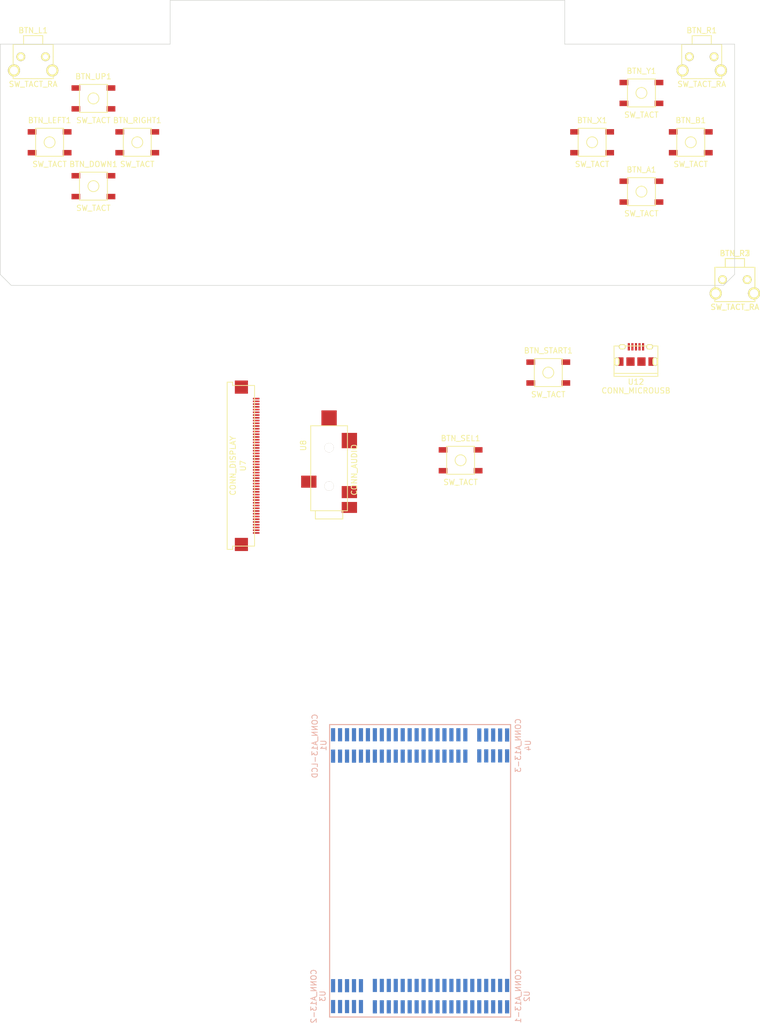
<source format=kicad_pcb>
(kicad_pcb (version 3) (host pcbnew "(2013-07-07 BZR 4022)-stable")

  (general
    (links 98)
    (no_connects 97)
    (area 15.949999 16.049999 150.050001 68.150001)
    (thickness 1.6)
    (drawings 16)
    (tracks 0)
    (zones 0)
    (modules 21)
    (nets 78)
  )

  (page A3)
  (layers
    (15 F.Cu signal)
    (0 B.Cu signal)
    (16 B.Adhes user)
    (17 F.Adhes user)
    (18 B.Paste user)
    (19 F.Paste user)
    (20 B.SilkS user)
    (21 F.SilkS user)
    (22 B.Mask user)
    (23 F.Mask user)
    (24 Dwgs.User user)
    (25 Cmts.User user)
    (26 Eco1.User user)
    (27 Eco2.User user)
    (28 Edge.Cuts user)
  )

  (setup
    (last_trace_width 0.254)
    (trace_clearance 0.254)
    (zone_clearance 0.508)
    (zone_45_only no)
    (trace_min 0.254)
    (segment_width 0.2)
    (edge_width 0.1)
    (via_size 0.889)
    (via_drill 0.635)
    (via_min_size 0.889)
    (via_min_drill 0.508)
    (uvia_size 0.508)
    (uvia_drill 0.127)
    (uvias_allowed no)
    (uvia_min_size 0.508)
    (uvia_min_drill 0.127)
    (pcb_text_width 0.3)
    (pcb_text_size 1.5 1.5)
    (mod_edge_width 0.15)
    (mod_text_size 1 1)
    (mod_text_width 0.15)
    (pad_size 0.76 2.4)
    (pad_drill 0)
    (pad_to_mask_clearance 0)
    (aux_axis_origin 0 0)
    (visible_elements 7FFFFFFF)
    (pcbplotparams
      (layerselection 3178497)
      (usegerberextensions true)
      (excludeedgelayer true)
      (linewidth 0.150000)
      (plotframeref false)
      (viasonmask false)
      (mode 1)
      (useauxorigin false)
      (hpglpennumber 1)
      (hpglpenspeed 20)
      (hpglpendiameter 15)
      (hpglpenoverlay 2)
      (psnegative false)
      (psa4output false)
      (plotreference true)
      (plotvalue true)
      (plotothertext true)
      (plotinvisibletext false)
      (padsonsilk false)
      (subtractmaskfromsilk false)
      (outputformat 1)
      (mirror false)
      (drillshape 1)
      (scaleselection 1)
      (outputdirectory ""))
  )

  (net 0 "")
  (net 1 +3.3V)
  (net 2 /Marmoset_Audio/HPCOM)
  (net 3 /Marmoset_Audio/MICIN1)
  (net 4 /Marmoset_Audio/VMIC)
  (net 5 /Marmoset_Display/+3V3)
  (net 6 /Marmoset_Display/CGND)
  (net 7 /Marmoset_Display/TFT_B0)
  (net 8 /Marmoset_Display/TFT_B1)
  (net 9 /Marmoset_Display/TFT_B2)
  (net 10 /Marmoset_Display/TFT_B3)
  (net 11 /Marmoset_Display/TFT_B4)
  (net 12 /Marmoset_Display/TFT_B5)
  (net 13 /Marmoset_Display/TFT_BKL)
  (net 14 /Marmoset_Display/TFT_CS)
  (net 15 /Marmoset_Display/TFT_G0)
  (net 16 /Marmoset_Display/TFT_G1)
  (net 17 /Marmoset_Display/TFT_G2)
  (net 18 /Marmoset_Display/TFT_G3)
  (net 19 /Marmoset_Display/TFT_G4)
  (net 20 /Marmoset_Display/TFT_G5)
  (net 21 /Marmoset_Display/TFT_PWRE)
  (net 22 /Marmoset_Display/TFT_R0)
  (net 23 /Marmoset_Display/TFT_R1)
  (net 24 /Marmoset_Display/TFT_R2)
  (net 25 /Marmoset_Display/TFT_R3)
  (net 26 /Marmoset_Display/TFT_R4)
  (net 27 /Marmoset_Display/TFT_R5)
  (net 28 /Marmoset_Display/TFT_RD)
  (net 29 /Marmoset_Display/TFT_RESET)
  (net 30 /Marmoset_Display/TFT_RS)
  (net 31 /Marmoset_Display/TFT_WR)
  (net 32 /Marmoset_Display/TOUCH_BOT)
  (net 33 /Marmoset_Display/TOUCH_L)
  (net 34 /Marmoset_Display/TOUCH_R)
  (net 35 /Marmoset_Display/TOUCH_TOP)
  (net 36 /Marmoset_PWR-USB/NMI_N)
  (net 37 /Marmoset_PWR-USB/PIN4/TWI0-SCK)
  (net 38 /Marmoset_PWR-USB/PIN5/TWI0-SDA)
  (net 39 /Marmoset_PWR-USB/RESET_N)
  (net 40 /Marmoset_PWR-USB/UDM0)
  (net 41 /Marmoset_PWR-USB/UDP0)
  (net 42 /Marmoset_PWR-USB/USB0-IDDET)
  (net 43 /Marmoset_PWR-USB/USB0-VBUSDET)
  (net 44 /Marmoset_Wifi-Input/+3V3)
  (net 45 /Marmoset_Wifi-Input/BTN_A)
  (net 46 /Marmoset_Wifi-Input/BTN_B)
  (net 47 /Marmoset_Wifi-Input/BTN_DOWN)
  (net 48 /Marmoset_Wifi-Input/BTN_L)
  (net 49 /Marmoset_Wifi-Input/BTN_LEFT)
  (net 50 /Marmoset_Wifi-Input/BTN_R)
  (net 51 /Marmoset_Wifi-Input/BTN_RIGHT)
  (net 52 /Marmoset_Wifi-Input/BTN_SELECT)
  (net 53 /Marmoset_Wifi-Input/BTN_START)
  (net 54 /Marmoset_Wifi-Input/BTN_UP)
  (net 55 /Marmoset_Wifi-Input/BTN_VOL+)
  (net 56 /Marmoset_Wifi-Input/BTN_VOL-)
  (net 57 /Marmoset_Wifi-Input/BTN_X)
  (net 58 /Marmoset_Wifi-Input/BTN_Y)
  (net 59 /Marmoset_Wifi-Input/PIN10/TWI1-SCK)
  (net 60 /Marmoset_Wifi-Input/PIN11/TWI1-SDA)
  (net 61 /Marmoset_Wifi-Input/UDM1)
  (net 62 /Marmoset_Wifi-Input/UDP1)
  (net 63 GND)
  (net 64 GNDPWR)
  (net 65 N-00000144)
  (net 66 N-00000150)
  (net 67 N-00000154)
  (net 68 N-00000155)
  (net 69 N-00000167)
  (net 70 N-00000168)
  (net 71 N-00000169)
  (net 72 N-00000170)
  (net 73 N-00000171)
  (net 74 N-00000172)
  (net 75 SPEAKER_L)
  (net 76 SPEAKER_R)
  (net 77 SPEAKER_SHUTDOWN)

  (net_class Default "This is the default net class."
    (clearance 0.254)
    (trace_width 0.254)
    (via_dia 0.889)
    (via_drill 0.635)
    (uvia_dia 0.508)
    (uvia_drill 0.127)
    (add_net "")
    (add_net +3.3V)
    (add_net /Marmoset_Audio/HPCOM)
    (add_net /Marmoset_Audio/MICIN1)
    (add_net /Marmoset_Audio/VMIC)
    (add_net /Marmoset_Display/+3V3)
    (add_net /Marmoset_Display/CGND)
    (add_net /Marmoset_Display/TFT_B0)
    (add_net /Marmoset_Display/TFT_B1)
    (add_net /Marmoset_Display/TFT_B2)
    (add_net /Marmoset_Display/TFT_B3)
    (add_net /Marmoset_Display/TFT_B4)
    (add_net /Marmoset_Display/TFT_B5)
    (add_net /Marmoset_Display/TFT_BKL)
    (add_net /Marmoset_Display/TFT_CS)
    (add_net /Marmoset_Display/TFT_G0)
    (add_net /Marmoset_Display/TFT_G1)
    (add_net /Marmoset_Display/TFT_G2)
    (add_net /Marmoset_Display/TFT_G3)
    (add_net /Marmoset_Display/TFT_G4)
    (add_net /Marmoset_Display/TFT_G5)
    (add_net /Marmoset_Display/TFT_PWRE)
    (add_net /Marmoset_Display/TFT_R0)
    (add_net /Marmoset_Display/TFT_R1)
    (add_net /Marmoset_Display/TFT_R2)
    (add_net /Marmoset_Display/TFT_R3)
    (add_net /Marmoset_Display/TFT_R4)
    (add_net /Marmoset_Display/TFT_R5)
    (add_net /Marmoset_Display/TFT_RD)
    (add_net /Marmoset_Display/TFT_RESET)
    (add_net /Marmoset_Display/TFT_RS)
    (add_net /Marmoset_Display/TFT_WR)
    (add_net /Marmoset_Display/TOUCH_BOT)
    (add_net /Marmoset_Display/TOUCH_L)
    (add_net /Marmoset_Display/TOUCH_R)
    (add_net /Marmoset_Display/TOUCH_TOP)
    (add_net /Marmoset_PWR-USB/NMI_N)
    (add_net /Marmoset_PWR-USB/PIN4/TWI0-SCK)
    (add_net /Marmoset_PWR-USB/PIN5/TWI0-SDA)
    (add_net /Marmoset_PWR-USB/RESET_N)
    (add_net /Marmoset_PWR-USB/UDM0)
    (add_net /Marmoset_PWR-USB/UDP0)
    (add_net /Marmoset_PWR-USB/USB0-IDDET)
    (add_net /Marmoset_PWR-USB/USB0-VBUSDET)
    (add_net /Marmoset_Wifi-Input/+3V3)
    (add_net /Marmoset_Wifi-Input/BTN_A)
    (add_net /Marmoset_Wifi-Input/BTN_B)
    (add_net /Marmoset_Wifi-Input/BTN_DOWN)
    (add_net /Marmoset_Wifi-Input/BTN_L)
    (add_net /Marmoset_Wifi-Input/BTN_LEFT)
    (add_net /Marmoset_Wifi-Input/BTN_R)
    (add_net /Marmoset_Wifi-Input/BTN_RIGHT)
    (add_net /Marmoset_Wifi-Input/BTN_SELECT)
    (add_net /Marmoset_Wifi-Input/BTN_START)
    (add_net /Marmoset_Wifi-Input/BTN_UP)
    (add_net /Marmoset_Wifi-Input/BTN_VOL+)
    (add_net /Marmoset_Wifi-Input/BTN_VOL-)
    (add_net /Marmoset_Wifi-Input/BTN_X)
    (add_net /Marmoset_Wifi-Input/BTN_Y)
    (add_net /Marmoset_Wifi-Input/PIN10/TWI1-SCK)
    (add_net /Marmoset_Wifi-Input/PIN11/TWI1-SDA)
    (add_net /Marmoset_Wifi-Input/UDM1)
    (add_net /Marmoset_Wifi-Input/UDP1)
    (add_net GND)
    (add_net GNDPWR)
    (add_net N-00000144)
    (add_net N-00000150)
    (add_net N-00000154)
    (add_net N-00000155)
    (add_net N-00000167)
    (add_net N-00000168)
    (add_net N-00000169)
    (add_net N-00000170)
    (add_net N-00000171)
    (add_net N-00000172)
    (add_net SPEAKER_L)
    (add_net SPEAKER_R)
    (add_net SPEAKER_SHUTDOWN)
  )

  (module CONN_AUDIO (layer F.Cu) (tedit 54E075EC) (tstamp 54E10B70)
    (at 76 100 90)
    (path /54B07D7C/54CC1D1B)
    (fp_text reference U8 (at 2.7 -4.7 90) (layer F.SilkS)
      (effects (font (size 1 1) (thickness 0.15)))
    )
    (fp_text value CONN_AUDIO (at -1.75 4.6 90) (layer F.SilkS)
      (effects (font (size 1 1) (thickness 0.15)))
    )
    (fp_line (start -9.2 -2.5) (end -10.7 -2.5) (layer F.SilkS) (width 0.15))
    (fp_line (start -10.7 -2.5) (end -10.7 2.5) (layer F.SilkS) (width 0.15))
    (fp_line (start -10.7 2.5) (end -9.2 2.5) (layer F.SilkS) (width 0.15))
    (fp_line (start 6.3 3.35) (end -9.2 3.35) (layer F.SilkS) (width 0.15))
    (fp_line (start -9.2 3.35) (end -9.2 -3.35) (layer F.SilkS) (width 0.15))
    (fp_line (start -9.2 -3.35) (end 6.3 -3.35) (layer F.SilkS) (width 0.15))
    (fp_line (start 6.3 -3.35) (end 6.3 3.35) (layer F.SilkS) (width 0.15))
    (pad "" thru_hole circle (at 2.3 0 90) (size 1.7 1.7) (drill 1.7)
      (layers *.Cu *.Mask F.SilkS)
    )
    (pad 5 smd rect (at 7.7 0 90) (size 2.8 2.8)
      (layers F.Cu F.Paste F.Mask)
      (net 77 SPEAKER_SHUTDOWN)
    )
    (pad 3 smd rect (at -3.9 -3.7 90) (size 2.2 2.8)
      (layers F.Cu F.Paste F.Mask)
      (net 68 N-00000155)
    )
    (pad 1 smd rect (at -8.6 3.7 90) (size 2 2.8)
      (layers F.Cu F.Paste F.Mask)
      (net 66 N-00000150)
    )
    (pad 4 smd rect (at -5.8 3.7 90) (size 2.2 2.8)
      (layers F.Cu F.Paste F.Mask)
      (net 65 N-00000144)
    )
    (pad 2 smd rect (at 3.6 3.7 90) (size 2.8 2.8)
      (layers F.Cu F.Paste F.Mask)
      (net 67 N-00000154)
    )
    (pad "" thru_hole circle (at -4.7 0 90) (size 1.7 1.7) (drill 1.7)
      (layers *.Cu *.Mask F.SilkS)
    )
  )

  (module SW_TACT_RA (layer F.Cu) (tedit 54DBF024) (tstamp 54E11456)
    (at 144 27.5)
    (path /54B2C0BC/54D18B87)
    (fp_text reference BTN_R1 (at 0 -5.9) (layer F.SilkS)
      (effects (font (size 1 1) (thickness 0.15)))
    )
    (fp_text value SW_TACT_RA (at 0 3.9) (layer F.SilkS)
      (effects (font (size 1 1) (thickness 0.15)))
    )
    (fp_line (start 3.65 1.3) (end 3.65 2.9) (layer F.SilkS) (width 0.15))
    (fp_line (start 3.65 2.9) (end -3.65 2.9) (layer F.SilkS) (width 0.15))
    (fp_line (start -3.65 2.9) (end -3.65 1.3) (layer F.SilkS) (width 0.15))
    (fp_line (start 1.75 -3.35) (end -1.75 -3.35) (layer F.SilkS) (width 0.15))
    (fp_line (start 3.65 -3.35) (end 3.65 -1.1) (layer F.SilkS) (width 0.15))
    (fp_line (start -1.75 -4.95) (end 1.75 -4.95) (layer F.SilkS) (width 0.15))
    (fp_line (start 1.75 -4.95) (end 1.75 -3.35) (layer F.SilkS) (width 0.15))
    (fp_line (start 1.75 -3.35) (end 3.65 -3.35) (layer F.SilkS) (width 0.15))
    (fp_line (start -3.65 -3.35) (end -3.65 -1.1) (layer F.SilkS) (width 0.15))
    (fp_line (start -1.75 -4.95) (end -1.75 -3.35) (layer F.SilkS) (width 0.15))
    (fp_line (start -1.75 -3.35) (end -3.65 -3.35) (layer F.SilkS) (width 0.15))
    (fp_line (start 3.65 -1.1) (end 3.65 1.3) (layer F.SilkS) (width 0.15))
    (fp_line (start -3.65 1.3) (end -3.65 -1.1) (layer F.SilkS) (width 0.15))
    (pad 2 thru_hole circle (at -2.25 -1.1 180) (size 1.6 1.6) (drill 1)
      (layers *.Cu *.Mask F.SilkS)
      (net 44 /Marmoset_Wifi-Input/+3V3)
    )
    (pad 3 thru_hole circle (at -3.5 1.4 180) (size 2.2 2.2) (drill 1.5)
      (layers *.Cu *.Mask F.SilkS)
    )
    (pad 1 thru_hole circle (at 2.25 -1.1 180) (size 1.6 1.6) (drill 1)
      (layers *.Cu *.Mask F.SilkS)
      (net 50 /Marmoset_Wifi-Input/BTN_R)
    )
    (pad 3 thru_hole circle (at 3.5 1.4 180) (size 2.2 2.2) (drill 1.5)
      (layers *.Cu *.Mask F.SilkS)
    )
  )

  (module SW_TACT_RA (layer F.Cu) (tedit 54DBF024) (tstamp 54E11912)
    (at 22 27.5)
    (path /54B2C0BC/54D18B4B)
    (fp_text reference BTN_L1 (at 0 -5.9) (layer F.SilkS)
      (effects (font (size 1 1) (thickness 0.15)))
    )
    (fp_text value SW_TACT_RA (at 0 3.9) (layer F.SilkS)
      (effects (font (size 1 1) (thickness 0.15)))
    )
    (fp_line (start 3.65 1.3) (end 3.65 2.9) (layer F.SilkS) (width 0.15))
    (fp_line (start 3.65 2.9) (end -3.65 2.9) (layer F.SilkS) (width 0.15))
    (fp_line (start -3.65 2.9) (end -3.65 1.3) (layer F.SilkS) (width 0.15))
    (fp_line (start 1.75 -3.35) (end -1.75 -3.35) (layer F.SilkS) (width 0.15))
    (fp_line (start 3.65 -3.35) (end 3.65 -1.1) (layer F.SilkS) (width 0.15))
    (fp_line (start -1.75 -4.95) (end 1.75 -4.95) (layer F.SilkS) (width 0.15))
    (fp_line (start 1.75 -4.95) (end 1.75 -3.35) (layer F.SilkS) (width 0.15))
    (fp_line (start 1.75 -3.35) (end 3.65 -3.35) (layer F.SilkS) (width 0.15))
    (fp_line (start -3.65 -3.35) (end -3.65 -1.1) (layer F.SilkS) (width 0.15))
    (fp_line (start -1.75 -4.95) (end -1.75 -3.35) (layer F.SilkS) (width 0.15))
    (fp_line (start -1.75 -3.35) (end -3.65 -3.35) (layer F.SilkS) (width 0.15))
    (fp_line (start 3.65 -1.1) (end 3.65 1.3) (layer F.SilkS) (width 0.15))
    (fp_line (start -3.65 1.3) (end -3.65 -1.1) (layer F.SilkS) (width 0.15))
    (pad 2 thru_hole circle (at -2.25 -1.1 180) (size 1.6 1.6) (drill 1)
      (layers *.Cu *.Mask F.SilkS)
      (net 44 /Marmoset_Wifi-Input/+3V3)
    )
    (pad 3 thru_hole circle (at -3.5 1.4 180) (size 2.2 2.2) (drill 1.5)
      (layers *.Cu *.Mask F.SilkS)
    )
    (pad 1 thru_hole circle (at 2.25 -1.1 180) (size 1.6 1.6) (drill 1)
      (layers *.Cu *.Mask F.SilkS)
      (net 48 /Marmoset_Wifi-Input/BTN_L)
    )
    (pad 3 thru_hole circle (at 3.5 1.4 180) (size 2.2 2.2) (drill 1.5)
      (layers *.Cu *.Mask F.SilkS)
    )
  )

  (module SW_TACT (layer F.Cu) (tedit 54E10A48) (tstamp 54E11478)
    (at 100 100)
    (path /54B2C0BC/54D18B43)
    (fp_text reference BTN_SEL1 (at 0 -4) (layer F.SilkS)
      (effects (font (size 1 1) (thickness 0.15)))
    )
    (fp_text value SW_TACT (at 0 4) (layer F.SilkS)
      (effects (font (size 1 1) (thickness 0.15)))
    )
    (fp_circle (center 0 0) (end 1 -0.05) (layer F.SilkS) (width 0.15))
    (fp_line (start -2.55 -2.55) (end 2.55 -2.55) (layer F.SilkS) (width 0.15))
    (fp_line (start 2.55 -2.55) (end 2.55 2.55) (layer F.SilkS) (width 0.15))
    (fp_line (start 2.55 2.55) (end -2.55 2.55) (layer F.SilkS) (width 0.15))
    (fp_line (start -2.55 2.55) (end -2.55 -2.55) (layer F.SilkS) (width 0.15))
    (pad 1 smd rect (at 3.2 -1.9) (size 1.6 1)
      (layers F.Cu F.Paste F.Mask)
      (net 52 /Marmoset_Wifi-Input/BTN_SELECT)
    )
    (pad 1 smd rect (at -3.2 -1.9) (size 1.6 1)
      (layers F.Cu F.Paste F.Mask)
      (net 52 /Marmoset_Wifi-Input/BTN_SELECT)
    )
    (pad 2 smd rect (at -3.2 1.9) (size 1.6 1)
      (layers F.Cu F.Paste F.Mask)
      (net 44 /Marmoset_Wifi-Input/+3V3)
    )
    (pad 2 smd rect (at 3.2 1.9) (size 1.6 1)
      (layers F.Cu F.Paste F.Mask)
      (net 44 /Marmoset_Wifi-Input/+3V3)
    )
  )

  (module SW_TACT (layer F.Cu) (tedit 54E10A48) (tstamp 54E11485)
    (at 116 84)
    (path /54B2C0BC/54D18B39)
    (fp_text reference BTN_START1 (at 0 -4) (layer F.SilkS)
      (effects (font (size 1 1) (thickness 0.15)))
    )
    (fp_text value SW_TACT (at 0 4) (layer F.SilkS)
      (effects (font (size 1 1) (thickness 0.15)))
    )
    (fp_circle (center 0 0) (end 1 -0.05) (layer F.SilkS) (width 0.15))
    (fp_line (start -2.55 -2.55) (end 2.55 -2.55) (layer F.SilkS) (width 0.15))
    (fp_line (start 2.55 -2.55) (end 2.55 2.55) (layer F.SilkS) (width 0.15))
    (fp_line (start 2.55 2.55) (end -2.55 2.55) (layer F.SilkS) (width 0.15))
    (fp_line (start -2.55 2.55) (end -2.55 -2.55) (layer F.SilkS) (width 0.15))
    (pad 1 smd rect (at 3.2 -1.9) (size 1.6 1)
      (layers F.Cu F.Paste F.Mask)
      (net 53 /Marmoset_Wifi-Input/BTN_START)
    )
    (pad 1 smd rect (at -3.2 -1.9) (size 1.6 1)
      (layers F.Cu F.Paste F.Mask)
      (net 53 /Marmoset_Wifi-Input/BTN_START)
    )
    (pad 2 smd rect (at -3.2 1.9) (size 1.6 1)
      (layers F.Cu F.Paste F.Mask)
      (net 44 /Marmoset_Wifi-Input/+3V3)
    )
    (pad 2 smd rect (at 3.2 1.9) (size 1.6 1)
      (layers F.Cu F.Paste F.Mask)
      (net 44 /Marmoset_Wifi-Input/+3V3)
    )
  )

  (module SW_TACT (layer F.Cu) (tedit 54E10A48) (tstamp 54E11492)
    (at 133 33)
    (path /54B2C0BC/54D18B2F)
    (fp_text reference BTN_Y1 (at 0 -4) (layer F.SilkS)
      (effects (font (size 1 1) (thickness 0.15)))
    )
    (fp_text value SW_TACT (at 0 4) (layer F.SilkS)
      (effects (font (size 1 1) (thickness 0.15)))
    )
    (fp_circle (center 0 0) (end 1 -0.05) (layer F.SilkS) (width 0.15))
    (fp_line (start -2.55 -2.55) (end 2.55 -2.55) (layer F.SilkS) (width 0.15))
    (fp_line (start 2.55 -2.55) (end 2.55 2.55) (layer F.SilkS) (width 0.15))
    (fp_line (start 2.55 2.55) (end -2.55 2.55) (layer F.SilkS) (width 0.15))
    (fp_line (start -2.55 2.55) (end -2.55 -2.55) (layer F.SilkS) (width 0.15))
    (pad 1 smd rect (at 3.2 -1.9) (size 1.6 1)
      (layers F.Cu F.Paste F.Mask)
      (net 58 /Marmoset_Wifi-Input/BTN_Y)
    )
    (pad 1 smd rect (at -3.2 -1.9) (size 1.6 1)
      (layers F.Cu F.Paste F.Mask)
      (net 58 /Marmoset_Wifi-Input/BTN_Y)
    )
    (pad 2 smd rect (at -3.2 1.9) (size 1.6 1)
      (layers F.Cu F.Paste F.Mask)
      (net 44 /Marmoset_Wifi-Input/+3V3)
    )
    (pad 2 smd rect (at 3.2 1.9) (size 1.6 1)
      (layers F.Cu F.Paste F.Mask)
      (net 44 /Marmoset_Wifi-Input/+3V3)
    )
  )

  (module SW_TACT (layer F.Cu) (tedit 54E10A48) (tstamp 54E1149F)
    (at 33 34)
    (path /54B2C0BC/54D18AAE)
    (fp_text reference BTN_UP1 (at 0 -4) (layer F.SilkS)
      (effects (font (size 1 1) (thickness 0.15)))
    )
    (fp_text value SW_TACT (at 0 4) (layer F.SilkS)
      (effects (font (size 1 1) (thickness 0.15)))
    )
    (fp_circle (center 0 0) (end 1 -0.05) (layer F.SilkS) (width 0.15))
    (fp_line (start -2.55 -2.55) (end 2.55 -2.55) (layer F.SilkS) (width 0.15))
    (fp_line (start 2.55 -2.55) (end 2.55 2.55) (layer F.SilkS) (width 0.15))
    (fp_line (start 2.55 2.55) (end -2.55 2.55) (layer F.SilkS) (width 0.15))
    (fp_line (start -2.55 2.55) (end -2.55 -2.55) (layer F.SilkS) (width 0.15))
    (pad 1 smd rect (at 3.2 -1.9) (size 1.6 1)
      (layers F.Cu F.Paste F.Mask)
      (net 54 /Marmoset_Wifi-Input/BTN_UP)
    )
    (pad 1 smd rect (at -3.2 -1.9) (size 1.6 1)
      (layers F.Cu F.Paste F.Mask)
      (net 54 /Marmoset_Wifi-Input/BTN_UP)
    )
    (pad 2 smd rect (at -3.2 1.9) (size 1.6 1)
      (layers F.Cu F.Paste F.Mask)
      (net 44 /Marmoset_Wifi-Input/+3V3)
    )
    (pad 2 smd rect (at 3.2 1.9) (size 1.6 1)
      (layers F.Cu F.Paste F.Mask)
      (net 44 /Marmoset_Wifi-Input/+3V3)
    )
  )

  (module SW_TACT (layer F.Cu) (tedit 54E10A48) (tstamp 54E114AC)
    (at 33 50)
    (path /54B2C0BC/54D18AE1)
    (fp_text reference BTN_DOWN1 (at 0 -4) (layer F.SilkS)
      (effects (font (size 1 1) (thickness 0.15)))
    )
    (fp_text value SW_TACT (at 0 4) (layer F.SilkS)
      (effects (font (size 1 1) (thickness 0.15)))
    )
    (fp_circle (center 0 0) (end 1 -0.05) (layer F.SilkS) (width 0.15))
    (fp_line (start -2.55 -2.55) (end 2.55 -2.55) (layer F.SilkS) (width 0.15))
    (fp_line (start 2.55 -2.55) (end 2.55 2.55) (layer F.SilkS) (width 0.15))
    (fp_line (start 2.55 2.55) (end -2.55 2.55) (layer F.SilkS) (width 0.15))
    (fp_line (start -2.55 2.55) (end -2.55 -2.55) (layer F.SilkS) (width 0.15))
    (pad 1 smd rect (at 3.2 -1.9) (size 1.6 1)
      (layers F.Cu F.Paste F.Mask)
      (net 47 /Marmoset_Wifi-Input/BTN_DOWN)
    )
    (pad 1 smd rect (at -3.2 -1.9) (size 1.6 1)
      (layers F.Cu F.Paste F.Mask)
      (net 47 /Marmoset_Wifi-Input/BTN_DOWN)
    )
    (pad 2 smd rect (at -3.2 1.9) (size 1.6 1)
      (layers F.Cu F.Paste F.Mask)
      (net 44 /Marmoset_Wifi-Input/+3V3)
    )
    (pad 2 smd rect (at 3.2 1.9) (size 1.6 1)
      (layers F.Cu F.Paste F.Mask)
      (net 44 /Marmoset_Wifi-Input/+3V3)
    )
  )

  (module SW_TACT (layer F.Cu) (tedit 54E10A48) (tstamp 54E114B9)
    (at 25 42)
    (path /54B2C0BC/54D18AFD)
    (fp_text reference BTN_LEFT1 (at 0 -4) (layer F.SilkS)
      (effects (font (size 1 1) (thickness 0.15)))
    )
    (fp_text value SW_TACT (at 0 4) (layer F.SilkS)
      (effects (font (size 1 1) (thickness 0.15)))
    )
    (fp_circle (center 0 0) (end 1 -0.05) (layer F.SilkS) (width 0.15))
    (fp_line (start -2.55 -2.55) (end 2.55 -2.55) (layer F.SilkS) (width 0.15))
    (fp_line (start 2.55 -2.55) (end 2.55 2.55) (layer F.SilkS) (width 0.15))
    (fp_line (start 2.55 2.55) (end -2.55 2.55) (layer F.SilkS) (width 0.15))
    (fp_line (start -2.55 2.55) (end -2.55 -2.55) (layer F.SilkS) (width 0.15))
    (pad 1 smd rect (at 3.2 -1.9) (size 1.6 1)
      (layers F.Cu F.Paste F.Mask)
      (net 49 /Marmoset_Wifi-Input/BTN_LEFT)
    )
    (pad 1 smd rect (at -3.2 -1.9) (size 1.6 1)
      (layers F.Cu F.Paste F.Mask)
      (net 49 /Marmoset_Wifi-Input/BTN_LEFT)
    )
    (pad 2 smd rect (at -3.2 1.9) (size 1.6 1)
      (layers F.Cu F.Paste F.Mask)
      (net 44 /Marmoset_Wifi-Input/+3V3)
    )
    (pad 2 smd rect (at 3.2 1.9) (size 1.6 1)
      (layers F.Cu F.Paste F.Mask)
      (net 44 /Marmoset_Wifi-Input/+3V3)
    )
  )

  (module SW_TACT (layer F.Cu) (tedit 54E10A48) (tstamp 54E114C6)
    (at 41 42)
    (path /54B2C0BC/54D18B07)
    (fp_text reference BTN_RIGHT1 (at 0 -4) (layer F.SilkS)
      (effects (font (size 1 1) (thickness 0.15)))
    )
    (fp_text value SW_TACT (at 0 4) (layer F.SilkS)
      (effects (font (size 1 1) (thickness 0.15)))
    )
    (fp_circle (center 0 0) (end 1 -0.05) (layer F.SilkS) (width 0.15))
    (fp_line (start -2.55 -2.55) (end 2.55 -2.55) (layer F.SilkS) (width 0.15))
    (fp_line (start 2.55 -2.55) (end 2.55 2.55) (layer F.SilkS) (width 0.15))
    (fp_line (start 2.55 2.55) (end -2.55 2.55) (layer F.SilkS) (width 0.15))
    (fp_line (start -2.55 2.55) (end -2.55 -2.55) (layer F.SilkS) (width 0.15))
    (pad 1 smd rect (at 3.2 -1.9) (size 1.6 1)
      (layers F.Cu F.Paste F.Mask)
      (net 51 /Marmoset_Wifi-Input/BTN_RIGHT)
    )
    (pad 1 smd rect (at -3.2 -1.9) (size 1.6 1)
      (layers F.Cu F.Paste F.Mask)
      (net 51 /Marmoset_Wifi-Input/BTN_RIGHT)
    )
    (pad 2 smd rect (at -3.2 1.9) (size 1.6 1)
      (layers F.Cu F.Paste F.Mask)
      (net 44 /Marmoset_Wifi-Input/+3V3)
    )
    (pad 2 smd rect (at 3.2 1.9) (size 1.6 1)
      (layers F.Cu F.Paste F.Mask)
      (net 44 /Marmoset_Wifi-Input/+3V3)
    )
  )

  (module SW_TACT (layer F.Cu) (tedit 54E10A48) (tstamp 54E114D3)
    (at 133 51)
    (path /54B2C0BC/54D18B11)
    (fp_text reference BTN_A1 (at 0 -4) (layer F.SilkS)
      (effects (font (size 1 1) (thickness 0.15)))
    )
    (fp_text value SW_TACT (at 0 4) (layer F.SilkS)
      (effects (font (size 1 1) (thickness 0.15)))
    )
    (fp_circle (center 0 0) (end 1 -0.05) (layer F.SilkS) (width 0.15))
    (fp_line (start -2.55 -2.55) (end 2.55 -2.55) (layer F.SilkS) (width 0.15))
    (fp_line (start 2.55 -2.55) (end 2.55 2.55) (layer F.SilkS) (width 0.15))
    (fp_line (start 2.55 2.55) (end -2.55 2.55) (layer F.SilkS) (width 0.15))
    (fp_line (start -2.55 2.55) (end -2.55 -2.55) (layer F.SilkS) (width 0.15))
    (pad 1 smd rect (at 3.2 -1.9) (size 1.6 1)
      (layers F.Cu F.Paste F.Mask)
      (net 45 /Marmoset_Wifi-Input/BTN_A)
    )
    (pad 1 smd rect (at -3.2 -1.9) (size 1.6 1)
      (layers F.Cu F.Paste F.Mask)
      (net 45 /Marmoset_Wifi-Input/BTN_A)
    )
    (pad 2 smd rect (at -3.2 1.9) (size 1.6 1)
      (layers F.Cu F.Paste F.Mask)
      (net 44 /Marmoset_Wifi-Input/+3V3)
    )
    (pad 2 smd rect (at 3.2 1.9) (size 1.6 1)
      (layers F.Cu F.Paste F.Mask)
      (net 44 /Marmoset_Wifi-Input/+3V3)
    )
  )

  (module SW_TACT (layer F.Cu) (tedit 54E10A48) (tstamp 54E114E0)
    (at 142 42)
    (path /54B2C0BC/54D18B1B)
    (fp_text reference BTN_B1 (at 0 -4) (layer F.SilkS)
      (effects (font (size 1 1) (thickness 0.15)))
    )
    (fp_text value SW_TACT (at 0 4) (layer F.SilkS)
      (effects (font (size 1 1) (thickness 0.15)))
    )
    (fp_circle (center 0 0) (end 1 -0.05) (layer F.SilkS) (width 0.15))
    (fp_line (start -2.55 -2.55) (end 2.55 -2.55) (layer F.SilkS) (width 0.15))
    (fp_line (start 2.55 -2.55) (end 2.55 2.55) (layer F.SilkS) (width 0.15))
    (fp_line (start 2.55 2.55) (end -2.55 2.55) (layer F.SilkS) (width 0.15))
    (fp_line (start -2.55 2.55) (end -2.55 -2.55) (layer F.SilkS) (width 0.15))
    (pad 1 smd rect (at 3.2 -1.9) (size 1.6 1)
      (layers F.Cu F.Paste F.Mask)
      (net 46 /Marmoset_Wifi-Input/BTN_B)
    )
    (pad 1 smd rect (at -3.2 -1.9) (size 1.6 1)
      (layers F.Cu F.Paste F.Mask)
      (net 46 /Marmoset_Wifi-Input/BTN_B)
    )
    (pad 2 smd rect (at -3.2 1.9) (size 1.6 1)
      (layers F.Cu F.Paste F.Mask)
      (net 44 /Marmoset_Wifi-Input/+3V3)
    )
    (pad 2 smd rect (at 3.2 1.9) (size 1.6 1)
      (layers F.Cu F.Paste F.Mask)
      (net 44 /Marmoset_Wifi-Input/+3V3)
    )
  )

  (module SW_TACT (layer F.Cu) (tedit 54E10A48) (tstamp 54E114ED)
    (at 124 42)
    (path /54B2C0BC/54D18B25)
    (fp_text reference BTN_X1 (at 0 -4) (layer F.SilkS)
      (effects (font (size 1 1) (thickness 0.15)))
    )
    (fp_text value SW_TACT (at 0 4) (layer F.SilkS)
      (effects (font (size 1 1) (thickness 0.15)))
    )
    (fp_circle (center 0 0) (end 1 -0.05) (layer F.SilkS) (width 0.15))
    (fp_line (start -2.55 -2.55) (end 2.55 -2.55) (layer F.SilkS) (width 0.15))
    (fp_line (start 2.55 -2.55) (end 2.55 2.55) (layer F.SilkS) (width 0.15))
    (fp_line (start 2.55 2.55) (end -2.55 2.55) (layer F.SilkS) (width 0.15))
    (fp_line (start -2.55 2.55) (end -2.55 -2.55) (layer F.SilkS) (width 0.15))
    (pad 1 smd rect (at 3.2 -1.9) (size 1.6 1)
      (layers F.Cu F.Paste F.Mask)
      (net 57 /Marmoset_Wifi-Input/BTN_X)
    )
    (pad 1 smd rect (at -3.2 -1.9) (size 1.6 1)
      (layers F.Cu F.Paste F.Mask)
      (net 57 /Marmoset_Wifi-Input/BTN_X)
    )
    (pad 2 smd rect (at -3.2 1.9) (size 1.6 1)
      (layers F.Cu F.Paste F.Mask)
      (net 44 /Marmoset_Wifi-Input/+3V3)
    )
    (pad 2 smd rect (at 3.2 1.9) (size 1.6 1)
      (layers F.Cu F.Paste F.Mask)
      (net 44 /Marmoset_Wifi-Input/+3V3)
    )
  )

  (module CONN_DISPLAY (layer F.Cu) (tedit 54E10AC6) (tstamp 54E11549)
    (at 60 101 270)
    (path /54B7016F/54CFFF3B)
    (fp_text reference U7 (at 0 -0.3 270) (layer F.SilkS)
      (effects (font (size 1 1) (thickness 0.15)))
    )
    (fp_text value CONN_DISPLAY (at 0 1.55 270) (layer F.SilkS)
      (effects (font (size 1 1) (thickness 0.15)))
    )
    (fp_line (start -14.65 1.6) (end -15.25 1.6) (layer F.SilkS) (width 0.15))
    (fp_line (start -15.25 1.6) (end -15.25 2.6) (layer F.SilkS) (width 0.15))
    (fp_line (start -15.25 2.6) (end 15.25 2.6) (layer F.SilkS) (width 0.15))
    (fp_line (start 15.25 2.6) (end 15.25 1.6) (layer F.SilkS) (width 0.15))
    (fp_line (start 15.25 1.6) (end 14.65 1.6) (layer F.SilkS) (width 0.15))
    (fp_line (start 14.65 1.6) (end 14.65 0) (layer F.SilkS) (width 0.15))
    (fp_line (start -14.65 0) (end -14.65 1.6) (layer F.SilkS) (width 0.15))
    (fp_line (start 14.65 -2.4) (end -14.65 -2.4) (layer F.SilkS) (width 0.15))
    (fp_line (start -14.65 -2.4) (end -14.65 0) (layer F.SilkS) (width 0.15))
    (fp_line (start 14.65 -2.4) (end 14.65 0) (layer F.SilkS) (width 0.15))
    (pad 50 smd rect (at -12.25 -2.7 270) (size 0.3 1.2)
      (layers F.Cu F.Paste F.Mask)
      (net 63 GND)
    )
    (pad 49 smd rect (at -11.75 -2.7 270) (size 0.3 1.2)
      (layers F.Cu F.Paste F.Mask)
      (net 63 GND)
    )
    (pad 45 smd rect (at -9.75 -2.7 270) (size 0.3 1.2)
      (layers F.Cu F.Paste F.Mask)
      (net 35 /Marmoset_Display/TOUCH_TOP)
    )
    (pad 46 smd rect (at -10.25 -2.7 270) (size 0.3 1.2)
      (layers F.Cu F.Paste F.Mask)
      (net 34 /Marmoset_Display/TOUCH_R)
    )
    (pad 48 smd rect (at -11.25 -2.7 270) (size 0.3 1.2)
      (layers F.Cu F.Paste F.Mask)
      (net 63 GND)
    )
    (pad 47 smd rect (at -10.75 -2.7 270) (size 0.3 1.2)
      (layers F.Cu F.Paste F.Mask)
      (net 32 /Marmoset_Display/TOUCH_BOT)
    )
    (pad 39 smd rect (at -6.75 -2.7 270) (size 0.3 1.2)
      (layers F.Cu F.Paste F.Mask)
    )
    (pad 40 smd rect (at -7.25 -2.7 270) (size 0.3 1.2)
      (layers F.Cu F.Paste F.Mask)
      (net 74 N-00000172)
    )
    (pad 38 smd rect (at -6.25 -2.7 270) (size 0.3 1.2)
      (layers F.Cu F.Paste F.Mask)
      (net 14 /Marmoset_Display/TFT_CS)
    )
    (pad 37 smd rect (at -5.75 -2.7 270) (size 0.3 1.2)
      (layers F.Cu F.Paste F.Mask)
      (net 30 /Marmoset_Display/TFT_RS)
    )
    (pad 41 smd rect (at -7.75 -2.7 270) (size 0.3 1.2)
      (layers F.Cu F.Paste F.Mask)
      (net 74 N-00000172)
    )
    (pad 42 smd rect (at -8.25 -2.7 270) (size 0.3 1.2)
      (layers F.Cu F.Paste F.Mask)
      (net 74 N-00000172)
    )
    (pad 44 smd rect (at -9.25 -2.7 270) (size 0.3 1.2)
      (layers F.Cu F.Paste F.Mask)
      (net 33 /Marmoset_Display/TOUCH_L)
    )
    (pad 43 smd rect (at -8.75 -2.7 270) (size 0.3 1.2)
      (layers F.Cu F.Paste F.Mask)
      (net 63 GND)
    )
    (pad 33 smd rect (at -3.75 -2.7 270) (size 0.3 1.2)
      (layers F.Cu F.Paste F.Mask)
    )
    (pad 34 smd rect (at -4.25 -2.7 270) (size 0.3 1.2)
      (layers F.Cu F.Paste F.Mask)
    )
    (pad 32 smd rect (at -3.25 -2.7 270) (size 0.3 1.2)
      (layers F.Cu F.Paste F.Mask)
      (net 22 /Marmoset_Display/TFT_R0)
    )
    (pad 31 smd rect (at -2.75 -2.7 270) (size 0.3 1.2)
      (layers F.Cu F.Paste F.Mask)
      (net 23 /Marmoset_Display/TFT_R1)
    )
    (pad 27 smd rect (at -0.75 -2.7 270) (size 0.3 1.2)
      (layers F.Cu F.Paste F.Mask)
      (net 27 /Marmoset_Display/TFT_R5)
    )
    (pad 28 smd rect (at -1.25 -2.7 270) (size 0.3 1.2)
      (layers F.Cu F.Paste F.Mask)
      (net 26 /Marmoset_Display/TFT_R4)
    )
    (pad 30 smd rect (at -2.25 -2.7 270) (size 0.3 1.2)
      (layers F.Cu F.Paste F.Mask)
      (net 24 /Marmoset_Display/TFT_R2)
    )
    (pad 29 smd rect (at -1.75 -2.7 270) (size 0.3 1.2)
      (layers F.Cu F.Paste F.Mask)
      (net 25 /Marmoset_Display/TFT_R3)
    )
    (pad 36 smd rect (at -5.25 -2.7 270) (size 0.3 1.2)
      (layers F.Cu F.Paste F.Mask)
      (net 31 /Marmoset_Display/TFT_WR)
    )
    (pad 35 smd rect (at -4.75 -2.7 270) (size 0.3 1.2)
      (layers F.Cu F.Paste F.Mask)
      (net 28 /Marmoset_Display/TFT_RD)
    )
    (pad 9 smd rect (at 8.25 -2.7 270) (size 0.3 1.2)
      (layers F.Cu F.Paste F.Mask)
      (net 63 GND)
    )
    (pad 10 smd rect (at 7.75 -2.7 270) (size 0.3 1.2)
      (layers F.Cu F.Paste F.Mask)
      (net 29 /Marmoset_Display/TFT_RESET)
    )
    (pad 3 smd rect (at 11.25 -2.7 270) (size 0.3 1.2)
      (layers F.Cu F.Paste F.Mask)
      (net 71 N-00000169)
    )
    (pad 4 smd rect (at 10.75 -2.7 270) (size 0.3 1.2)
      (layers F.Cu F.Paste F.Mask)
      (net 70 N-00000168)
    )
    (pad 2 smd rect (at 11.75 -2.7 270) (size 0.3 1.2)
      (layers F.Cu F.Paste F.Mask)
      (net 72 N-00000170)
    )
    (pad 1 smd rect (at 12.25 -2.7 270) (size 0.3 1.2)
      (layers F.Cu F.Paste F.Mask)
      (net 73 N-00000171)
    )
    (pad 5 smd rect (at 10.25 -2.7 270) (size 0.3 1.2)
      (layers F.Cu F.Paste F.Mask)
      (net 69 N-00000167)
    )
    (pad 6 smd rect (at 9.75 -2.7 270) (size 0.3 1.2)
      (layers F.Cu F.Paste F.Mask)
      (net 5 /Marmoset_Display/+3V3)
    )
    (pad 8 smd rect (at 8.75 -2.7 270) (size 0.3 1.2)
      (layers F.Cu F.Paste F.Mask)
      (net 63 GND)
    )
    (pad 7 smd rect (at 9.25 -2.7 270) (size 0.3 1.2)
      (layers F.Cu F.Paste F.Mask)
      (net 5 /Marmoset_Display/+3V3)
    )
    (pad 17 smd rect (at 4.25 -2.7 270) (size 0.3 1.2)
      (layers F.Cu F.Paste F.Mask)
      (net 10 /Marmoset_Display/TFT_B3)
    )
    (pad 18 smd rect (at 3.75 -2.7 270) (size 0.3 1.2)
      (layers F.Cu F.Paste F.Mask)
      (net 9 /Marmoset_Display/TFT_B2)
    )
    (pad 16 smd rect (at 4.75 -2.7 270) (size 0.3 1.2)
      (layers F.Cu F.Paste F.Mask)
      (net 11 /Marmoset_Display/TFT_B4)
    )
    (pad 15 smd rect (at 5.25 -2.7 270) (size 0.3 1.2)
      (layers F.Cu F.Paste F.Mask)
      (net 12 /Marmoset_Display/TFT_B5)
    )
    (pad 11 smd rect (at 7.25 -2.7 270) (size 0.3 1.2)
      (layers F.Cu F.Paste F.Mask)
    )
    (pad 12 smd rect (at 6.75 -2.7 270) (size 0.3 1.2)
      (layers F.Cu F.Paste F.Mask)
    )
    (pad 14 smd rect (at 5.75 -2.7 270) (size 0.3 1.2)
      (layers F.Cu F.Paste F.Mask)
    )
    (pad 13 smd rect (at 6.25 -2.7 270) (size 0.3 1.2)
      (layers F.Cu F.Paste F.Mask)
    )
    (pad 21 smd rect (at 2.25 -2.7 270) (size 0.3 1.2)
      (layers F.Cu F.Paste F.Mask)
      (net 20 /Marmoset_Display/TFT_G5)
    )
    (pad 22 smd rect (at 1.75 -2.7 270) (size 0.3 1.2)
      (layers F.Cu F.Paste F.Mask)
      (net 19 /Marmoset_Display/TFT_G4)
    )
    (pad 20 smd rect (at 2.75 -2.7 270) (size 0.3 1.2)
      (layers F.Cu F.Paste F.Mask)
      (net 7 /Marmoset_Display/TFT_B0)
    )
    (pad 19 smd rect (at 3.25 -2.7 270) (size 0.3 1.2)
      (layers F.Cu F.Paste F.Mask)
      (net 8 /Marmoset_Display/TFT_B1)
    )
    (pad 23 smd rect (at 1.25 -2.7 270) (size 0.3 1.2)
      (layers F.Cu F.Paste F.Mask)
      (net 18 /Marmoset_Display/TFT_G3)
    )
    (pad 24 smd rect (at 0.75 -2.7 270) (size 0.3 1.2)
      (layers F.Cu F.Paste F.Mask)
      (net 17 /Marmoset_Display/TFT_G2)
    )
    (pad 26 smd rect (at -0.25 -2.7 270) (size 0.3 1.2)
      (layers F.Cu F.Paste F.Mask)
      (net 15 /Marmoset_Display/TFT_G0)
    )
    (pad 51 smd rect (at -14.35 0 270) (size 2.4 2.4)
      (layers F.Cu F.Paste F.Mask)
      (net 6 /Marmoset_Display/CGND)
    )
    (pad 52 smd rect (at 14.35 0 270) (size 2.4 2.4)
      (layers F.Cu F.Paste F.Mask)
      (net 6 /Marmoset_Display/CGND)
    )
    (pad 25 smd rect (at 0.25 -2.7 270) (size 0.3 1.2)
      (layers F.Cu F.Paste F.Mask)
      (net 16 /Marmoset_Display/TFT_G1)
    )
  )

  (module CONN_MICROUSB (layer F.Cu) (tedit 54E10C2E) (tstamp 54E11780)
    (at 132 82)
    (path /54AFF333/54CC0767)
    (fp_text reference U12 (at 0 3.7) (layer F.SilkS)
      (effects (font (size 1 1) (thickness 0.15)))
    )
    (fp_text value CONN_MICROUSB (at 0 5.3) (layer F.SilkS)
      (effects (font (size 1 1) (thickness 0.15)))
    )
    (fp_line (start 4 2.15) (end 4 2.7) (layer F.SilkS) (width 0.15))
    (fp_line (start 4 2.7) (end -4 2.7) (layer F.SilkS) (width 0.15))
    (fp_line (start -4 2.7) (end -4 2.15) (layer F.SilkS) (width 0.15))
    (fp_line (start -4 0) (end -4 2.15) (layer F.SilkS) (width 0.15))
    (fp_line (start -4 2.15) (end 4 2.15) (layer F.SilkS) (width 0.15))
    (fp_line (start 4 2.15) (end 4 0.05) (layer F.SilkS) (width 0.15))
    (fp_line (start 4 0.05) (end 4 -2.85) (layer F.SilkS) (width 0.15))
    (fp_line (start 4 -2.85) (end -4 -2.85) (layer F.SilkS) (width 0.15))
    (fp_line (start -4 -2.85) (end -4 0) (layer F.SilkS) (width 0.15))
    (pad 3 smd rect (at -1.3 -2.7) (size 0.4 1.35)
      (layers F.Cu F.Paste F.Mask)
      (net 41 /Marmoset_PWR-USB/UDP0)
    )
    (pad 3 smd rect (at -0.65 -2.7) (size 0.4 1.35)
      (layers F.Cu F.Paste F.Mask)
      (net 41 /Marmoset_PWR-USB/UDP0)
    )
    (pad 3 smd rect (at 1.3 -2.7) (size 0.4 1.35)
      (layers F.Cu F.Paste F.Mask)
      (net 41 /Marmoset_PWR-USB/UDP0)
    )
    (pad 3 smd rect (at 0.65 -2.7) (size 0.4 1.35)
      (layers F.Cu F.Paste F.Mask)
      (net 41 /Marmoset_PWR-USB/UDP0)
    )
    (pad 9 smd rect (at 1 0) (size 1.5 1.55)
      (layers F.Cu F.Paste F.Mask)
      (net 64 GNDPWR)
    )
    (pad 9 smd rect (at 2.75 0) (size 0.95 1.55)
      (layers F.Cu F.Paste F.Mask)
      (net 64 GNDPWR)
    )
    (pad 9 thru_hole oval (at 3.5 0) (size 1 1.55) (drill oval 0.5 1.15)
      (layers *.Cu *.Mask F.SilkS)
      (net 64 GNDPWR)
    )
    (pad 7 thru_hole oval (at 2.5 -2.7) (size 1.25 0.95) (drill oval 0.85 0.55)
      (layers *.Cu *.Mask F.SilkS)
      (net 64 GNDPWR)
    )
    (pad 6 thru_hole oval (at -2.5 -2.7) (size 1.25 0.95) (drill oval 0.85 0.55)
      (layers *.Cu *.Mask F.SilkS)
      (net 64 GNDPWR)
    )
    (pad 8 thru_hole oval (at -3.5 0) (size 1 1.55) (drill oval 0.5 1.15)
      (layers *.Cu *.Mask F.SilkS)
      (net 64 GNDPWR)
    )
    (pad 8 smd rect (at -2.75 0) (size 0.95 1.55)
      (layers F.Cu F.Paste F.Mask)
      (net 64 GNDPWR)
    )
    (pad 8 smd rect (at -1 0) (size 1.5 1.55)
      (layers F.Cu F.Paste F.Mask)
      (net 64 GNDPWR)
    )
    (pad 3 smd rect (at 0 -2.7) (size 0.4 1.35)
      (layers F.Cu F.Paste F.Mask)
      (net 41 /Marmoset_PWR-USB/UDP0)
    )
  )

  (module SW_TACT_RA (layer F.Cu) (tedit 54DBF024) (tstamp 54ED24EE)
    (at 150.050001 68.155001)
    (path /54B2C0BC/54D5520B)
    (fp_text reference BTN_R3 (at 0 -5.9) (layer F.SilkS)
      (effects (font (size 1 1) (thickness 0.15)))
    )
    (fp_text value SW_TACT_RA (at 0 3.9) (layer F.SilkS)
      (effects (font (size 1 1) (thickness 0.15)))
    )
    (fp_line (start 3.65 1.3) (end 3.65 2.9) (layer F.SilkS) (width 0.15))
    (fp_line (start 3.65 2.9) (end -3.65 2.9) (layer F.SilkS) (width 0.15))
    (fp_line (start -3.65 2.9) (end -3.65 1.3) (layer F.SilkS) (width 0.15))
    (fp_line (start 1.75 -3.35) (end -1.75 -3.35) (layer F.SilkS) (width 0.15))
    (fp_line (start 3.65 -3.35) (end 3.65 -1.1) (layer F.SilkS) (width 0.15))
    (fp_line (start -1.75 -4.95) (end 1.75 -4.95) (layer F.SilkS) (width 0.15))
    (fp_line (start 1.75 -4.95) (end 1.75 -3.35) (layer F.SilkS) (width 0.15))
    (fp_line (start 1.75 -3.35) (end 3.65 -3.35) (layer F.SilkS) (width 0.15))
    (fp_line (start -3.65 -3.35) (end -3.65 -1.1) (layer F.SilkS) (width 0.15))
    (fp_line (start -1.75 -4.95) (end -1.75 -3.35) (layer F.SilkS) (width 0.15))
    (fp_line (start -1.75 -3.35) (end -3.65 -3.35) (layer F.SilkS) (width 0.15))
    (fp_line (start 3.65 -1.1) (end 3.65 1.3) (layer F.SilkS) (width 0.15))
    (fp_line (start -3.65 1.3) (end -3.65 -1.1) (layer F.SilkS) (width 0.15))
    (pad 2 thru_hole circle (at -2.25 -1.1 180) (size 1.6 1.6) (drill 1)
      (layers *.Cu *.Mask F.SilkS)
      (net 44 /Marmoset_Wifi-Input/+3V3)
    )
    (pad 3 thru_hole circle (at -3.5 1.4 180) (size 2.2 2.2) (drill 1.5)
      (layers *.Cu *.Mask F.SilkS)
    )
    (pad 1 thru_hole circle (at 2.25 -1.1 180) (size 1.6 1.6) (drill 1)
      (layers *.Cu *.Mask F.SilkS)
      (net 56 /Marmoset_Wifi-Input/BTN_VOL-)
    )
    (pad 3 thru_hole circle (at 3.5 1.4 180) (size 2.2 2.2) (drill 1.5)
      (layers *.Cu *.Mask F.SilkS)
    )
  )

  (module SW_TACT_RA (layer F.Cu) (tedit 54DBF024) (tstamp 54ED2503)
    (at 150.050001 68.155001)
    (path /54B2C0BC/54D5521D)
    (fp_text reference BTN_R2 (at 0 -5.9) (layer F.SilkS)
      (effects (font (size 1 1) (thickness 0.15)))
    )
    (fp_text value SW_TACT_RA (at 0 3.9) (layer F.SilkS)
      (effects (font (size 1 1) (thickness 0.15)))
    )
    (fp_line (start 3.65 1.3) (end 3.65 2.9) (layer F.SilkS) (width 0.15))
    (fp_line (start 3.65 2.9) (end -3.65 2.9) (layer F.SilkS) (width 0.15))
    (fp_line (start -3.65 2.9) (end -3.65 1.3) (layer F.SilkS) (width 0.15))
    (fp_line (start 1.75 -3.35) (end -1.75 -3.35) (layer F.SilkS) (width 0.15))
    (fp_line (start 3.65 -3.35) (end 3.65 -1.1) (layer F.SilkS) (width 0.15))
    (fp_line (start -1.75 -4.95) (end 1.75 -4.95) (layer F.SilkS) (width 0.15))
    (fp_line (start 1.75 -4.95) (end 1.75 -3.35) (layer F.SilkS) (width 0.15))
    (fp_line (start 1.75 -3.35) (end 3.65 -3.35) (layer F.SilkS) (width 0.15))
    (fp_line (start -3.65 -3.35) (end -3.65 -1.1) (layer F.SilkS) (width 0.15))
    (fp_line (start -1.75 -4.95) (end -1.75 -3.35) (layer F.SilkS) (width 0.15))
    (fp_line (start -1.75 -3.35) (end -3.65 -3.35) (layer F.SilkS) (width 0.15))
    (fp_line (start 3.65 -1.1) (end 3.65 1.3) (layer F.SilkS) (width 0.15))
    (fp_line (start -3.65 1.3) (end -3.65 -1.1) (layer F.SilkS) (width 0.15))
    (pad 2 thru_hole circle (at -2.25 -1.1 180) (size 1.6 1.6) (drill 1)
      (layers *.Cu *.Mask F.SilkS)
      (net 44 /Marmoset_Wifi-Input/+3V3)
    )
    (pad 3 thru_hole circle (at -3.5 1.4 180) (size 2.2 2.2) (drill 1.5)
      (layers *.Cu *.Mask F.SilkS)
    )
    (pad 1 thru_hole circle (at 2.25 -1.1 180) (size 1.6 1.6) (drill 1)
      (layers *.Cu *.Mask F.SilkS)
      (net 55 /Marmoset_Wifi-Input/BTN_VOL+)
    )
    (pad 3 thru_hole circle (at 3.5 1.4 180) (size 2.2 2.2) (drill 1.5)
      (layers *.Cu *.Mask F.SilkS)
    )
  )

  (module CONN_A13_2x5 (layer B.Cu) (tedit 54ED2B9D) (tstamp 54ED8DAB)
    (at 105.945 152.01)
    (path /54D324B1)
    (fp_text reference U4 (at 6.355 0.01 270) (layer B.SilkS)
      (effects (font (size 1 1) (thickness 0.15)) (justify mirror))
    )
    (fp_text value CONN_A13-3 (at 4.555 0.01 270) (layer B.SilkS)
      (effects (font (size 1 1) (thickness 0.15)) (justify mirror))
    )
    (pad 3 smd rect (at -1.27 -1.905) (size 0.76 2.4)
      (layers B.Cu B.Paste B.Mask)
    )
    (pad 4 smd rect (at -1.27 1.905) (size 0.76 2.4)
      (layers B.Cu B.Paste B.Mask)
      (net 42 /Marmoset_PWR-USB/USB0-IDDET)
    )
    (pad 2 smd rect (at -2.54 1.905) (size 0.76 2.4)
      (layers B.Cu B.Paste B.Mask)
      (net 43 /Marmoset_PWR-USB/USB0-VBUSDET)
    )
    (pad 1 smd rect (at -2.54 -1.905) (size 0.76 2.4)
      (layers B.Cu B.Paste B.Mask)
    )
    (pad 6 smd rect (at 0 1.905) (size 0.76 2.4)
      (layers B.Cu B.Paste B.Mask)
    )
    (pad 5 smd rect (at 0 -1.905) (size 0.76 2.4)
      (layers B.Cu B.Paste B.Mask)
    )
    (pad 7 smd rect (at 1.27 -1.905) (size 0.76 2.4)
      (layers B.Cu B.Paste B.Mask)
    )
    (pad 8 smd rect (at 1.27 1.905) (size 0.76 2.4)
      (layers B.Cu B.Paste B.Mask)
    )
    (pad 10 smd rect (at 2.54 1.905) (size 0.76 2.4)
      (layers B.Cu B.Paste B.Mask)
    )
    (pad 9 smd rect (at 2.54 -1.905) (size 0.76 2.4)
      (layers B.Cu B.Paste B.Mask)
    )
  )

  (module CONN_A13_2x5 (layer B.Cu) (tedit 54ED2B68) (tstamp 54ED8DB9)
    (at 79.275 197.73)
    (path /54DAC57B)
    (fp_text reference U3 (at -4.445 0 270) (layer B.SilkS)
      (effects (font (size 1 1) (thickness 0.15)) (justify mirror))
    )
    (fp_text value CONN_A13-2 (at -6.075 0.03 270) (layer B.SilkS)
      (effects (font (size 1 1) (thickness 0.15)) (justify mirror))
    )
    (pad 3 smd rect (at -1.27 -1.905) (size 0.76 2.4)
      (layers B.Cu B.Paste B.Mask)
      (net 40 /Marmoset_PWR-USB/UDM0)
    )
    (pad 4 smd rect (at -1.27 1.905) (size 0.76 2.4)
      (layers B.Cu B.Paste B.Mask)
      (net 3 /Marmoset_Audio/MICIN1)
    )
    (pad 2 smd rect (at -2.54 1.905) (size 0.76 2.4)
      (layers B.Cu B.Paste B.Mask)
      (net 4 /Marmoset_Audio/VMIC)
    )
    (pad 1 smd rect (at -2.54 -1.905) (size 0.76 2.4)
      (layers B.Cu B.Paste B.Mask)
      (net 41 /Marmoset_PWR-USB/UDP0)
    )
    (pad 6 smd rect (at 0 1.905) (size 0.76 2.4)
      (layers B.Cu B.Paste B.Mask)
      (net 75 SPEAKER_L)
    )
    (pad 5 smd rect (at 0 -1.905) (size 0.76 2.4)
      (layers B.Cu B.Paste B.Mask)
      (net 62 /Marmoset_Wifi-Input/UDP1)
    )
    (pad 7 smd rect (at 1.27 -1.905) (size 0.76 2.4)
      (layers B.Cu B.Paste B.Mask)
      (net 61 /Marmoset_Wifi-Input/UDM1)
    )
    (pad 8 smd rect (at 1.27 1.905) (size 0.76 2.4)
      (layers B.Cu B.Paste B.Mask)
      (net 2 /Marmoset_Audio/HPCOM)
    )
    (pad 10 smd rect (at 2.54 1.905) (size 0.76 2.4)
      (layers B.Cu B.Paste B.Mask)
      (net 76 SPEAKER_R)
    )
    (pad 9 smd rect (at 2.54 -1.905) (size 0.76 2.4)
      (layers B.Cu B.Paste B.Mask)
    )
  )

  (module CONN_A13_2x20 (layer B.Cu) (tedit 54ED2B80) (tstamp 54ED8FAD)
    (at 88.8 152.01)
    (path /54D324E8)
    (fp_text reference U1 (at -13.8 0 270) (layer B.SilkS)
      (effects (font (size 1 1) (thickness 0.15)) (justify mirror))
    )
    (fp_text value CONN_A13-LCD (at -15.4 0.11 270) (layer B.SilkS)
      (effects (font (size 1 1) (thickness 0.15)) (justify mirror))
    )
    (pad 3 smd rect (at -10.795 -1.95) (size 0.76 2.4)
      (layers B.Cu B.Paste B.Mask)
      (net 5 /Marmoset_Display/+3V3)
    )
    (pad 4 smd rect (at -10.795 1.95) (size 0.76 2.4)
      (layers B.Cu B.Paste B.Mask)
      (net 63 GND)
    )
    (pad 2 smd rect (at -12.065 1.95) (size 0.76 2.4)
      (layers B.Cu B.Paste B.Mask)
      (net 63 GND)
    )
    (pad 1 smd rect (at -12.065 -1.95) (size 0.76 2.4)
      (layers B.Cu B.Paste B.Mask)
    )
    (pad 6 smd rect (at -9.525 1.95) (size 0.76 2.4)
      (layers B.Cu B.Paste B.Mask)
    )
    (pad 5 smd rect (at -9.525 -1.95) (size 0.76 2.4)
      (layers B.Cu B.Paste B.Mask)
    )
    (pad 11 smd rect (at -5.715 -1.95) (size 0.76 2.4)
      (layers B.Cu B.Paste B.Mask)
      (net 26 /Marmoset_Display/TFT_R4)
    )
    (pad 12 smd rect (at -5.715 1.95) (size 0.76 2.4)
      (layers B.Cu B.Paste B.Mask)
      (net 27 /Marmoset_Display/TFT_R5)
    )
    (pad 7 smd rect (at -8.255 -1.95) (size 0.76 2.4)
      (layers B.Cu B.Paste B.Mask)
      (net 22 /Marmoset_Display/TFT_R0)
    )
    (pad 8 smd rect (at -8.255 1.95) (size 0.76 2.4)
      (layers B.Cu B.Paste B.Mask)
      (net 23 /Marmoset_Display/TFT_R1)
    )
    (pad 10 smd rect (at -6.985 1.95) (size 0.76 2.4)
      (layers B.Cu B.Paste B.Mask)
      (net 25 /Marmoset_Display/TFT_R3)
    )
    (pad 9 smd rect (at -6.985 -1.95) (size 0.76 2.4)
      (layers B.Cu B.Paste B.Mask)
      (net 24 /Marmoset_Display/TFT_R2)
    )
    (pad 17 smd rect (at -1.905 -1.95) (size 0.76 2.4)
      (layers B.Cu B.Paste B.Mask)
      (net 17 /Marmoset_Display/TFT_G2)
    )
    (pad 18 smd rect (at -1.905 1.95) (size 0.76 2.4)
      (layers B.Cu B.Paste B.Mask)
      (net 18 /Marmoset_Display/TFT_G3)
    )
    (pad 16 smd rect (at -3.175 1.95) (size 0.76 2.4)
      (layers B.Cu B.Paste B.Mask)
      (net 16 /Marmoset_Display/TFT_G1)
    )
    (pad 15 smd rect (at -3.175 -1.95) (size 0.76 2.4)
      (layers B.Cu B.Paste B.Mask)
      (net 15 /Marmoset_Display/TFT_G0)
    )
    (pad 20 smd rect (at -0.635 1.95) (size 0.76 2.4)
      (layers B.Cu B.Paste B.Mask)
      (net 20 /Marmoset_Display/TFT_G5)
    )
    (pad 19 smd rect (at -0.635 -1.95) (size 0.76 2.4)
      (layers B.Cu B.Paste B.Mask)
      (net 19 /Marmoset_Display/TFT_G4)
    )
    (pad 13 smd rect (at -4.445 -1.95) (size 0.76 2.4)
      (layers B.Cu B.Paste B.Mask)
    )
    (pad 14 smd rect (at -4.445 1.95) (size 0.76 2.4)
      (layers B.Cu B.Paste B.Mask)
    )
    (pad 34 smd rect (at 8.255 1.95) (size 0.76 2.4)
      (layers B.Cu B.Paste B.Mask)
    )
    (pad 33 smd rect (at 8.255 -1.95) (size 0.76 2.4)
      (layers B.Cu B.Paste B.Mask)
    )
    (pad 39 smd rect (at 12.065 -1.95) (size 0.76 2.4)
      (layers B.Cu B.Paste B.Mask)
      (net 32 /Marmoset_Display/TOUCH_BOT)
    )
    (pad 40 smd rect (at 12.065 1.95) (size 0.76 2.4)
      (layers B.Cu B.Paste B.Mask)
      (net 35 /Marmoset_Display/TOUCH_TOP)
    )
    (pad 35 smd rect (at 9.525 -1.95) (size 0.76 2.4)
      (layers B.Cu B.Paste B.Mask)
      (net 21 /Marmoset_Display/TFT_PWRE)
    )
    (pad 36 smd rect (at 9.525 1.95) (size 0.76 2.4)
      (layers B.Cu B.Paste B.Mask)
      (net 13 /Marmoset_Display/TFT_BKL)
    )
    (pad 38 smd rect (at 10.795 1.95) (size 0.76 2.4)
      (layers B.Cu B.Paste B.Mask)
      (net 33 /Marmoset_Display/TOUCH_L)
    )
    (pad 37 smd rect (at 10.795 -1.95) (size 0.76 2.4)
      (layers B.Cu B.Paste B.Mask)
      (net 34 /Marmoset_Display/TOUCH_R)
    )
    (pad 29 smd rect (at 5.715 -1.95) (size 0.76 2.4)
      (layers B.Cu B.Paste B.Mask)
      (net 28 /Marmoset_Display/TFT_RD)
    )
    (pad 30 smd rect (at 5.715 1.95) (size 0.76 2.4)
      (layers B.Cu B.Paste B.Mask)
      (net 14 /Marmoset_Display/TFT_CS)
    )
    (pad 28 smd rect (at 4.445 1.95) (size 0.76 2.4)
      (layers B.Cu B.Paste B.Mask)
      (net 12 /Marmoset_Display/TFT_B5)
    )
    (pad 27 smd rect (at 4.445 -1.95) (size 0.76 2.4)
      (layers B.Cu B.Paste B.Mask)
      (net 11 /Marmoset_Display/TFT_B4)
    )
    (pad 32 smd rect (at 6.985 1.95) (size 0.76 2.4)
      (layers B.Cu B.Paste B.Mask)
      (net 30 /Marmoset_Display/TFT_RS)
    )
    (pad 31 smd rect (at 6.985 -1.95) (size 0.76 2.4)
      (layers B.Cu B.Paste B.Mask)
      (net 31 /Marmoset_Display/TFT_WR)
    )
    (pad 25 smd rect (at 3.175 -1.95) (size 0.76 2.4)
      (layers B.Cu B.Paste B.Mask)
      (net 9 /Marmoset_Display/TFT_B2)
    )
    (pad 26 smd rect (at 3.175 1.95) (size 0.76 2.4)
      (layers B.Cu B.Paste B.Mask)
      (net 10 /Marmoset_Display/TFT_B3)
    )
    (pad 21 smd rect (at 0.635 -1.95) (size 0.76 2.4)
      (layers B.Cu B.Paste B.Mask)
    )
    (pad 22 smd rect (at 0.635 1.95) (size 0.76 2.4)
      (layers B.Cu B.Paste B.Mask)
    )
    (pad 24 smd rect (at 1.905 1.95) (size 0.76 2.4)
      (layers B.Cu B.Paste B.Mask)
      (net 8 /Marmoset_Display/TFT_B1)
    )
    (pad 23 smd rect (at 1.905 -1.95) (size 0.76 2.4)
      (layers B.Cu B.Paste B.Mask)
      (net 7 /Marmoset_Display/TFT_B0)
    )
  )

  (module CONN_A13_2x20 (layer B.Cu) (tedit 54ED2B73) (tstamp 54ED8E11)
    (at 96.42 197.73)
    (path /54D3245F)
    (fp_text reference U2 (at 15.68 0.03 270) (layer B.SilkS)
      (effects (font (size 1 1) (thickness 0.15)) (justify mirror))
    )
    (fp_text value CONN_A13-1 (at 14.1 0 270) (layer B.SilkS)
      (effects (font (size 1 1) (thickness 0.15)) (justify mirror))
    )
    (pad 3 smd rect (at -10.795 -1.95) (size 0.76 2.4)
      (layers B.Cu B.Paste B.Mask)
      (net 39 /Marmoset_PWR-USB/RESET_N)
    )
    (pad 4 smd rect (at -10.795 1.95) (size 0.76 2.4)
      (layers B.Cu B.Paste B.Mask)
      (net 36 /Marmoset_PWR-USB/NMI_N)
    )
    (pad 2 smd rect (at -12.065 1.95) (size 0.76 2.4)
      (layers B.Cu B.Paste B.Mask)
      (net 63 GND)
    )
    (pad 1 smd rect (at -12.065 -1.95) (size 0.76 2.4)
      (layers B.Cu B.Paste B.Mask)
      (net 1 +3.3V)
    )
    (pad 6 smd rect (at -9.525 1.95) (size 0.76 2.4)
      (layers B.Cu B.Paste B.Mask)
      (net 45 /Marmoset_Wifi-Input/BTN_A)
    )
    (pad 5 smd rect (at -9.525 -1.95) (size 0.76 2.4)
      (layers B.Cu B.Paste B.Mask)
      (net 37 /Marmoset_PWR-USB/PIN4/TWI0-SCK)
    )
    (pad 11 smd rect (at -5.715 -1.95) (size 0.76 2.4)
      (layers B.Cu B.Paste B.Mask)
      (net 47 /Marmoset_Wifi-Input/BTN_DOWN)
    )
    (pad 12 smd rect (at -5.715 1.95) (size 0.76 2.4)
      (layers B.Cu B.Paste B.Mask)
      (net 58 /Marmoset_Wifi-Input/BTN_Y)
    )
    (pad 7 smd rect (at -8.255 -1.95) (size 0.76 2.4)
      (layers B.Cu B.Paste B.Mask)
      (net 38 /Marmoset_PWR-USB/PIN5/TWI0-SDA)
    )
    (pad 8 smd rect (at -8.255 1.95) (size 0.76 2.4)
      (layers B.Cu B.Paste B.Mask)
      (net 46 /Marmoset_Wifi-Input/BTN_B)
    )
    (pad 10 smd rect (at -6.985 1.95) (size 0.76 2.4)
      (layers B.Cu B.Paste B.Mask)
      (net 57 /Marmoset_Wifi-Input/BTN_X)
    )
    (pad 9 smd rect (at -6.985 -1.95) (size 0.76 2.4)
      (layers B.Cu B.Paste B.Mask)
      (net 54 /Marmoset_Wifi-Input/BTN_UP)
    )
    (pad 17 smd rect (at -1.905 -1.95) (size 0.76 2.4)
      (layers B.Cu B.Paste B.Mask)
      (net 59 /Marmoset_Wifi-Input/PIN10/TWI1-SCK)
    )
    (pad 18 smd rect (at -1.905 1.95) (size 0.76 2.4)
      (layers B.Cu B.Paste B.Mask)
      (net 53 /Marmoset_Wifi-Input/BTN_START)
    )
    (pad 16 smd rect (at -3.175 1.95) (size 0.76 2.4)
      (layers B.Cu B.Paste B.Mask)
      (net 50 /Marmoset_Wifi-Input/BTN_R)
    )
    (pad 15 smd rect (at -3.175 -1.95) (size 0.76 2.4)
      (layers B.Cu B.Paste B.Mask)
      (net 51 /Marmoset_Wifi-Input/BTN_RIGHT)
    )
    (pad 20 smd rect (at -0.635 1.95) (size 0.76 2.4)
      (layers B.Cu B.Paste B.Mask)
      (net 52 /Marmoset_Wifi-Input/BTN_SELECT)
    )
    (pad 19 smd rect (at -0.635 -1.95) (size 0.76 2.4)
      (layers B.Cu B.Paste B.Mask)
      (net 60 /Marmoset_Wifi-Input/PIN11/TWI1-SDA)
    )
    (pad 13 smd rect (at -4.445 -1.95) (size 0.76 2.4)
      (layers B.Cu B.Paste B.Mask)
      (net 49 /Marmoset_Wifi-Input/BTN_LEFT)
    )
    (pad 14 smd rect (at -4.445 1.95) (size 0.76 2.4)
      (layers B.Cu B.Paste B.Mask)
      (net 48 /Marmoset_Wifi-Input/BTN_L)
    )
    (pad 34 smd rect (at 8.255 1.95) (size 0.76 2.4)
      (layers B.Cu B.Paste B.Mask)
    )
    (pad 33 smd rect (at 8.255 -1.95) (size 0.76 2.4)
      (layers B.Cu B.Paste B.Mask)
    )
    (pad 39 smd rect (at 12.065 -1.95) (size 0.76 2.4)
      (layers B.Cu B.Paste B.Mask)
    )
    (pad 40 smd rect (at 12.065 1.95) (size 0.76 2.4)
      (layers B.Cu B.Paste B.Mask)
    )
    (pad 35 smd rect (at 9.525 -1.95) (size 0.76 2.4)
      (layers B.Cu B.Paste B.Mask)
    )
    (pad 36 smd rect (at 9.525 1.95) (size 0.76 2.4)
      (layers B.Cu B.Paste B.Mask)
    )
    (pad 38 smd rect (at 10.795 1.95) (size 0.76 2.4)
      (layers B.Cu B.Paste B.Mask)
    )
    (pad 37 smd rect (at 10.795 -1.95) (size 0.76 2.4)
      (layers B.Cu B.Paste B.Mask)
    )
    (pad 29 smd rect (at 5.715 -1.95) (size 0.76 2.4)
      (layers B.Cu B.Paste B.Mask)
    )
    (pad 30 smd rect (at 5.715 1.95) (size 0.76 2.4)
      (layers B.Cu B.Paste B.Mask)
    )
    (pad 28 smd rect (at 4.445 1.95) (size 0.76 2.4)
      (layers B.Cu B.Paste B.Mask)
    )
    (pad 27 smd rect (at 4.445 -1.95) (size 0.76 2.4)
      (layers B.Cu B.Paste B.Mask)
    )
    (pad 32 smd rect (at 6.985 1.95) (size 0.76 2.4)
      (layers B.Cu B.Paste B.Mask)
    )
    (pad 31 smd rect (at 6.985 -1.95) (size 0.76 2.4)
      (layers B.Cu B.Paste B.Mask)
    )
    (pad 25 smd rect (at 3.175 -1.95) (size 0.76 2.4)
      (layers B.Cu B.Paste B.Mask)
    )
    (pad 26 smd rect (at 3.175 1.95) (size 0.76 2.4)
      (layers B.Cu B.Paste B.Mask)
    )
    (pad 21 smd rect (at 0.635 -1.95) (size 0.76 2.4)
      (layers B.Cu B.Paste B.Mask)
    )
    (pad 22 smd rect (at 0.635 1.95) (size 0.76 2.4)
      (layers B.Cu B.Paste B.Mask)
      (net 55 /Marmoset_Wifi-Input/BTN_VOL+)
    )
    (pad 24 smd rect (at 1.905 1.95) (size 0.76 2.4)
      (layers B.Cu B.Paste B.Mask)
      (net 56 /Marmoset_Wifi-Input/BTN_VOL-)
    )
    (pad 23 smd rect (at 1.905 -1.95) (size 0.76 2.4)
      (layers B.Cu B.Paste B.Mask)
    )
  )

  (gr_line (start 76.1 148.2) (end 76.1 201.54) (angle 90) (layer B.SilkS) (width 0.2))
  (gr_line (start 76.1 201.54) (end 109.12 201.54) (angle 90) (layer B.SilkS) (width 0.2))
  (gr_line (start 109.12 148.2) (end 109.12 201.54) (angle 90) (layer B.SilkS) (width 0.2))
  (gr_line (start 76.1 148.2) (end 109.12 148.2) (angle 90) (layer B.SilkS) (width 0.2))
  (gr_line (start 47 16.1) (end 64.8 16.1) (angle 90) (layer Edge.Cuts) (width 0.1))
  (gr_line (start 47 24.1) (end 47 16.1) (angle 90) (layer Edge.Cuts) (width 0.1))
  (gr_line (start 16 24.1) (end 47 24.1) (angle 90) (layer Edge.Cuts) (width 0.1))
  (gr_line (start 16 66.1) (end 16 24.1) (angle 90) (layer Edge.Cuts) (width 0.1))
  (gr_line (start 18 68.1) (end 16 66.1) (angle 90) (layer Edge.Cuts) (width 0.1))
  (gr_line (start 119 16.1) (end 64.8 16.1) (angle 90) (layer Edge.Cuts) (width 0.1))
  (gr_line (start 119 24.1) (end 119 16.1) (angle 90) (layer Edge.Cuts) (width 0.1))
  (gr_line (start 150 24.1) (end 119 24.1) (angle 90) (layer Edge.Cuts) (width 0.1))
  (gr_line (start 150 46) (end 150 24.1) (angle 90) (layer Edge.Cuts) (width 0.1))
  (gr_line (start 150 66.1) (end 150 46) (angle 90) (layer Edge.Cuts) (width 0.1))
  (gr_line (start 148 68.1) (end 150 66.1) (angle 90) (layer Edge.Cuts) (width 0.1))
  (gr_line (start 18 68.1) (end 148 68.1) (angle 90) (layer Edge.Cuts) (width 0.1))

)

</source>
